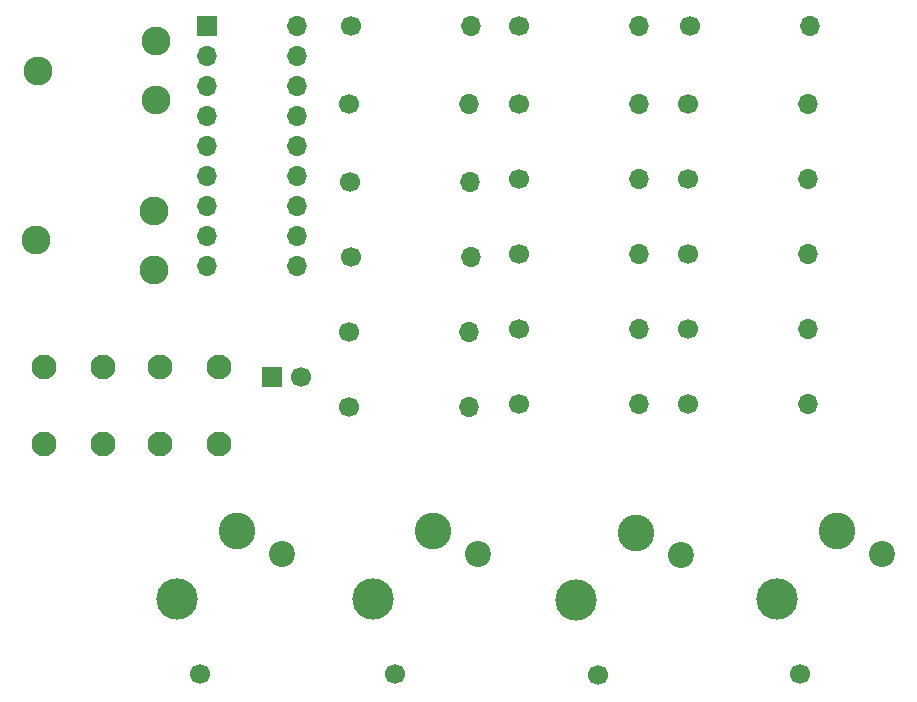
<source format=gbs>
%TF.GenerationSoftware,KiCad,Pcbnew,5.1.6*%
%TF.CreationDate,2020-09-27T13:31:50+02:00*%
%TF.ProjectId,AS3320-VCF,41533333-3230-42d5-9643-462e6b696361,rev?*%
%TF.SameCoordinates,Original*%
%TF.FileFunction,Soldermask,Bot*%
%TF.FilePolarity,Negative*%
%FSLAX46Y46*%
G04 Gerber Fmt 4.6, Leading zero omitted, Abs format (unit mm)*
G04 Created by KiCad (PCBNEW 5.1.6) date 2020-09-27 13:31:50*
%MOMM*%
%LPD*%
G01*
G04 APERTURE LIST*
%ADD10C,1.700000*%
%ADD11R,1.700000X1.700000*%
%ADD12C,2.440000*%
%ADD13O,1.700000X1.700000*%
%ADD14C,2.200000*%
%ADD15C,3.500000*%
%ADD16C,3.100000*%
%ADD17C,2.100000*%
G04 APERTURE END LIST*
D10*
%TO.C,C5*%
X152019000Y-97790000D03*
D11*
X149519000Y-97790000D03*
%TD*%
D12*
%TO.C,RV1*%
X139573000Y-83693000D03*
X129573000Y-86193000D03*
X139573000Y-88693000D03*
%TD*%
%TO.C,RV2*%
X139700000Y-69342000D03*
X129700000Y-71842000D03*
X139700000Y-74342000D03*
%TD*%
D13*
%TO.C,U1*%
X151638000Y-68072000D03*
X144018000Y-88392000D03*
X151638000Y-70612000D03*
X144018000Y-85852000D03*
X151638000Y-73152000D03*
X144018000Y-83312000D03*
X151638000Y-75692000D03*
X144018000Y-80772000D03*
X151638000Y-78232000D03*
X144018000Y-78232000D03*
X151638000Y-80772000D03*
X144018000Y-75692000D03*
X151638000Y-83312000D03*
X144018000Y-73152000D03*
X151638000Y-85852000D03*
X144018000Y-70612000D03*
X151638000Y-88392000D03*
D11*
X144018000Y-68072000D03*
%TD*%
D14*
%TO.C,J2*%
X150396000Y-112736000D03*
D10*
X143406000Y-122896000D03*
D15*
X141506000Y-116546000D03*
D16*
X146586000Y-110826000D03*
%TD*%
D14*
%TO.C,J3*%
X166946000Y-112736000D03*
D10*
X159956000Y-122896000D03*
D15*
X158056000Y-116546000D03*
D16*
X163136000Y-110826000D03*
%TD*%
D14*
%TO.C,J1*%
X201196000Y-112736000D03*
D10*
X194206000Y-122896000D03*
D15*
X192306000Y-116546000D03*
D16*
X197386000Y-110826000D03*
%TD*%
D17*
%TO.C,C1*%
X140034000Y-103440000D03*
X145034000Y-103440000D03*
%TD*%
%TO.C,C2*%
X130188000Y-96882000D03*
X135188000Y-96882000D03*
%TD*%
%TO.C,C3*%
X135188000Y-103432000D03*
X130188000Y-103432000D03*
%TD*%
%TO.C,C4*%
X145034000Y-96889500D03*
X140034000Y-96889500D03*
%TD*%
D10*
%TO.C,R1*%
X156210000Y-68072000D03*
D13*
X166370000Y-68072000D03*
%TD*%
%TO.C,R2*%
X166243000Y-74676000D03*
D10*
X156083000Y-74676000D03*
%TD*%
D13*
%TO.C,R3*%
X166337000Y-81280000D03*
D10*
X156177000Y-81280000D03*
%TD*%
D13*
%TO.C,R4*%
X166370000Y-87630000D03*
D10*
X156210000Y-87630000D03*
%TD*%
%TO.C,R5*%
X156083000Y-93980000D03*
D13*
X166243000Y-93980000D03*
%TD*%
%TO.C,R6*%
X166243000Y-100330000D03*
D10*
X156083000Y-100330000D03*
%TD*%
%TO.C,R7*%
X170434000Y-68072000D03*
D13*
X180594000Y-68072000D03*
%TD*%
%TO.C,R8*%
X180594000Y-74676000D03*
D10*
X170434000Y-74676000D03*
%TD*%
D13*
%TO.C,R9*%
X180594000Y-81026000D03*
D10*
X170434000Y-81026000D03*
%TD*%
%TO.C,R10*%
X170434000Y-87376000D03*
D13*
X180594000Y-87376000D03*
%TD*%
D10*
%TO.C,R11*%
X170434000Y-93726000D03*
D13*
X180594000Y-93726000D03*
%TD*%
%TO.C,R12*%
X180594000Y-100076000D03*
D10*
X170434000Y-100076000D03*
%TD*%
%TO.C,R13*%
X184912000Y-68072000D03*
D13*
X195072000Y-68072000D03*
%TD*%
%TO.C,R14*%
X194945000Y-74676000D03*
D10*
X184785000Y-74676000D03*
%TD*%
%TO.C,R15*%
X184785000Y-81026000D03*
D13*
X194945000Y-81026000D03*
%TD*%
%TO.C,R16*%
X194945000Y-87376000D03*
D10*
X184785000Y-87376000D03*
%TD*%
%TO.C,R17*%
X184785000Y-93726000D03*
D13*
X194945000Y-93726000D03*
%TD*%
D10*
%TO.C,R18*%
X184785000Y-100076000D03*
D13*
X194945000Y-100076000D03*
%TD*%
D16*
%TO.C,J4*%
X180340000Y-110934000D03*
D15*
X175260000Y-116654000D03*
D10*
X177160000Y-123004000D03*
D14*
X184150000Y-112844000D03*
%TD*%
M02*

</source>
